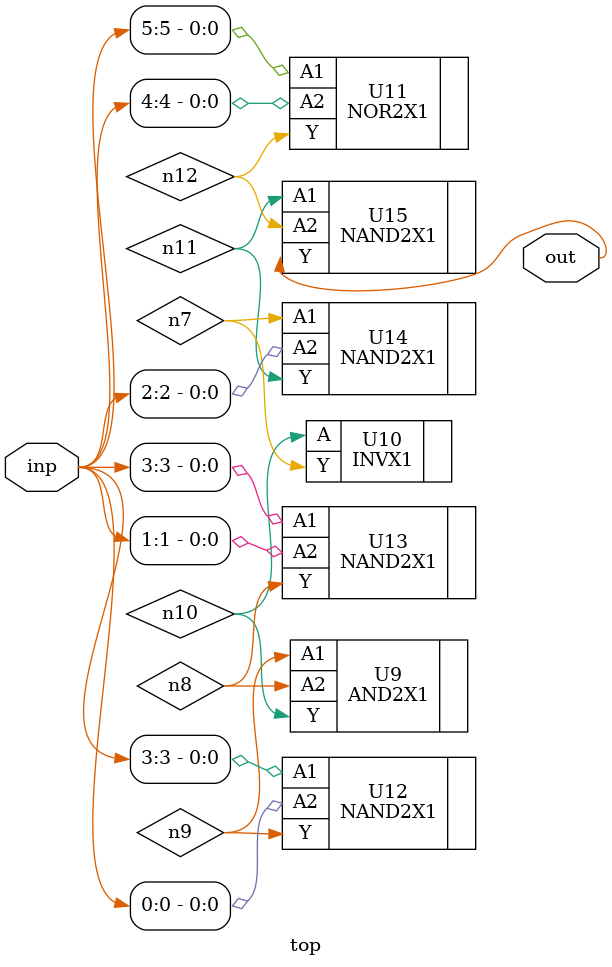
<source format=sv>


module top ( inp, out );
  input [5:0] inp;
  output out;
  wire   n7, n8, n9, n10, n11, n12;

  AND2X1 U9 ( .A1(n9), .A2(n8), .Y(n10) );
  INVX1 U10 ( .A(n10), .Y(n7) );
  NOR2X1 U11 ( .A1(inp[5]), .A2(inp[4]), .Y(n12) );
  NAND2X1 U12 ( .A1(inp[3]), .A2(inp[0]), .Y(n9) );
  NAND2X1 U13 ( .A1(inp[3]), .A2(inp[1]), .Y(n8) );
  NAND2X1 U14 ( .A1(n7), .A2(inp[2]), .Y(n11) );
  NAND2X1 U15 ( .A1(n11), .A2(n12), .Y(out) );
endmodule


</source>
